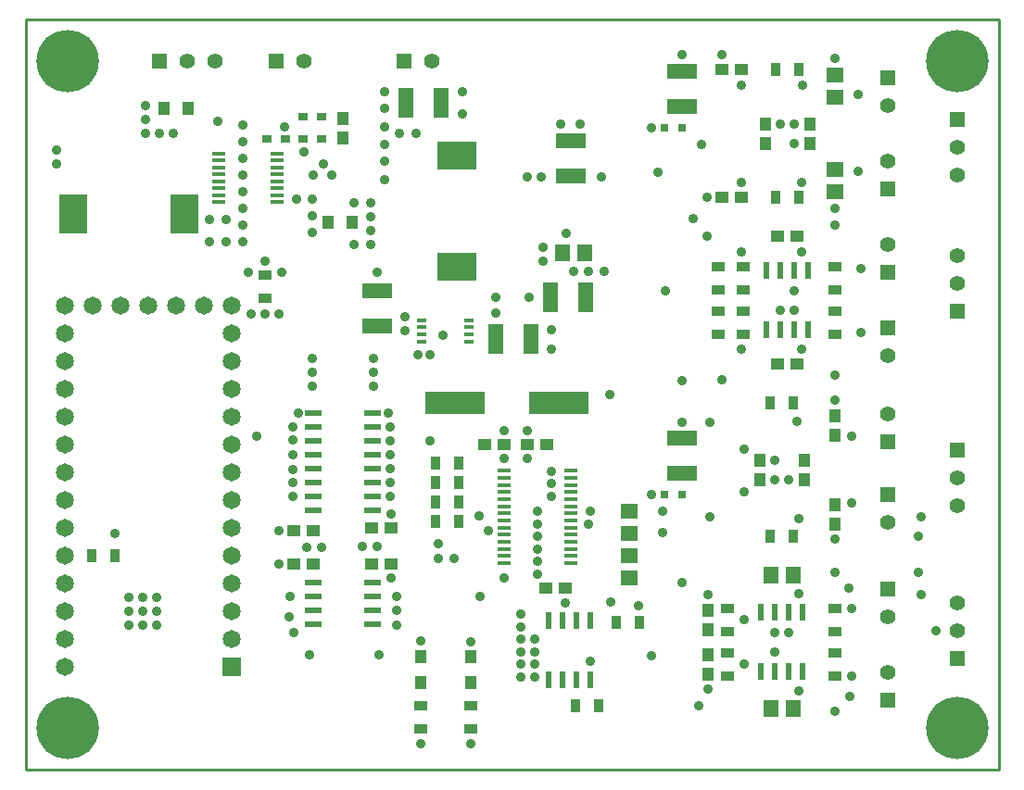
<source format=gts>
G04 (created by PCBNEW (2013-07-07 BZR 4022)-stable) date 5/12/2015 8:03:53 AM*
%MOIN*%
G04 Gerber Fmt 3.4, Leading zero omitted, Abs format*
%FSLAX34Y34*%
G01*
G70*
G90*
G04 APERTURE LIST*
%ADD10C,0.006*%
%ADD11C,0.01*%
%ADD12C,0.035*%
%ADD13R,0.0472441X0.0354331*%
%ADD14R,0.0354331X0.0472441*%
%ADD15R,0.0354331X0.0314961*%
%ADD16R,0.216535X0.0787402*%
%ADD17R,0.023622X0.0610236*%
%ADD18R,0.065X0.065*%
%ADD19C,0.065*%
%ADD20R,0.0610236X0.023622*%
%ADD21R,0.055X0.055*%
%ADD22C,0.055*%
%ADD23R,0.1X0.14*%
%ADD24R,0.14X0.1*%
%ADD25R,0.05X0.0165*%
%ADD26R,0.0354331X0.0165354*%
%ADD27R,0.0433071X0.0492126*%
%ADD28R,0.0531496X0.110236*%
%ADD29R,0.110236X0.0531496*%
%ADD30R,0.0610236X0.0531496*%
%ADD31R,0.0531496X0.0610236*%
%ADD32R,0.0452756X0.0433071*%
%ADD33R,0.0433071X0.0452756*%
%ADD34R,0.0511811X0.015748*%
%ADD35R,0.0393701X0.0472441*%
%ADD36R,0.0314961X0.0314961*%
%ADD37C,0.224409*%
G04 APERTURE END LIST*
G54D10*
G54D11*
X38000Y-28000D02*
X73000Y-28000D01*
X38000Y-55000D02*
X38000Y-28000D01*
X73000Y-55000D02*
X38000Y-55000D01*
X73000Y-28000D02*
X73000Y-55000D01*
G54D12*
X55800Y-49850D03*
X55800Y-49400D03*
X55800Y-50300D03*
X55800Y-50750D03*
X55800Y-51650D03*
X55800Y-51200D03*
X56300Y-51200D03*
X56300Y-51650D03*
X56300Y-50750D03*
X56300Y-50300D03*
X56400Y-47950D03*
X56400Y-47050D03*
X56400Y-47500D03*
X56400Y-46150D03*
X56400Y-45700D03*
X56400Y-46600D03*
X56900Y-45150D03*
X42700Y-48800D03*
X42700Y-49300D03*
X42700Y-49800D03*
X42200Y-49800D03*
X42200Y-49300D03*
X42200Y-48800D03*
X56600Y-36700D03*
X56600Y-36200D03*
X57950Y-31750D03*
X57250Y-31750D03*
X50650Y-37100D03*
X56100Y-38000D03*
X56900Y-39850D03*
X56900Y-39150D03*
X50900Y-33100D03*
X50900Y-33750D03*
X52050Y-32100D03*
X51450Y-32100D03*
X50900Y-32500D03*
X50900Y-30600D03*
X50900Y-31200D03*
X50900Y-31850D03*
G54D13*
X62900Y-38486D03*
X62900Y-39313D03*
G54D14*
X65613Y-41800D03*
X64786Y-41800D03*
X65613Y-46600D03*
X64786Y-46600D03*
X58613Y-52700D03*
X57786Y-52700D03*
X64986Y-34400D03*
X65813Y-34400D03*
X64986Y-29800D03*
X65813Y-29800D03*
G54D13*
X67100Y-49186D03*
X67100Y-50013D03*
X63250Y-51613D03*
X63250Y-50786D03*
X62900Y-37713D03*
X62900Y-36886D03*
X67100Y-37713D03*
X67100Y-36886D03*
X63800Y-39313D03*
X63800Y-38486D03*
X63800Y-36886D03*
X63800Y-37713D03*
X67100Y-51613D03*
X67100Y-50786D03*
X63250Y-49186D03*
X63250Y-50013D03*
G54D14*
X60063Y-49700D03*
X59236Y-49700D03*
G54D13*
X54000Y-52686D03*
X54000Y-53513D03*
G54D14*
X52736Y-43950D03*
X53563Y-43950D03*
X52736Y-44650D03*
X53563Y-44650D03*
X52736Y-45350D03*
X53563Y-45350D03*
X52736Y-46050D03*
X53563Y-46050D03*
X40386Y-47300D03*
X41213Y-47300D03*
G54D13*
X67100Y-38486D03*
X67100Y-39313D03*
X52200Y-52686D03*
X52200Y-53513D03*
X46600Y-38013D03*
X46600Y-37186D03*
G54D15*
X47965Y-32300D03*
X48634Y-32300D03*
X46665Y-32300D03*
X47334Y-32300D03*
X47965Y-31500D03*
X48634Y-31500D03*
G54D16*
X53429Y-41800D03*
X57170Y-41800D03*
G54D17*
X65450Y-51462D03*
X65950Y-51462D03*
X64950Y-51462D03*
X64450Y-51462D03*
X64450Y-49337D03*
X64950Y-49337D03*
X65950Y-49337D03*
X65450Y-49337D03*
X65150Y-37037D03*
X64650Y-37037D03*
X65650Y-37037D03*
X66150Y-37037D03*
X66150Y-39162D03*
X65650Y-39162D03*
X64650Y-39162D03*
X65150Y-39162D03*
X57800Y-51762D03*
X58300Y-51762D03*
X57300Y-51762D03*
X56800Y-51762D03*
X56800Y-49637D03*
X57300Y-49637D03*
X58300Y-49637D03*
X57800Y-49637D03*
G54D18*
X45400Y-51300D03*
G54D19*
X45400Y-50300D03*
X45400Y-49300D03*
X45400Y-48300D03*
X45400Y-47300D03*
X45400Y-46300D03*
X45400Y-45300D03*
X45400Y-44300D03*
X45400Y-43300D03*
X45400Y-42300D03*
X45400Y-41300D03*
X45400Y-40300D03*
X45400Y-39300D03*
X45400Y-38300D03*
X44400Y-38300D03*
X43400Y-38300D03*
X42400Y-38300D03*
X41400Y-38300D03*
X40400Y-38300D03*
X39400Y-38300D03*
X39400Y-39300D03*
X39400Y-40300D03*
X39400Y-41300D03*
X39400Y-42300D03*
X39400Y-43300D03*
X39400Y-44300D03*
X39400Y-45300D03*
X39400Y-46300D03*
X39400Y-47300D03*
X39400Y-48300D03*
X39400Y-49300D03*
X39400Y-50300D03*
X39400Y-51300D03*
G54D20*
X48337Y-48250D03*
X48337Y-48750D03*
X48337Y-49250D03*
X48337Y-49750D03*
X50462Y-49750D03*
X50462Y-49250D03*
X50462Y-48750D03*
X50462Y-48250D03*
X50462Y-45650D03*
X50462Y-45150D03*
X50462Y-44650D03*
X50462Y-44150D03*
X50462Y-43650D03*
X50462Y-43150D03*
X50462Y-42650D03*
X50462Y-42150D03*
X48337Y-42150D03*
X48337Y-42650D03*
X48337Y-43150D03*
X48337Y-43650D03*
X48337Y-44150D03*
X48337Y-44650D03*
X48337Y-45150D03*
X48337Y-45650D03*
G54D21*
X42800Y-29500D03*
G54D22*
X43800Y-29500D03*
X44800Y-29500D03*
G54D21*
X71500Y-38500D03*
G54D22*
X71500Y-37500D03*
X71500Y-36500D03*
G54D21*
X71500Y-31600D03*
G54D22*
X71500Y-32600D03*
X71500Y-33600D03*
G54D21*
X71500Y-43500D03*
G54D22*
X71500Y-44500D03*
X71500Y-45500D03*
G54D21*
X71500Y-51000D03*
G54D22*
X71500Y-50000D03*
X71500Y-49000D03*
G54D21*
X47000Y-29500D03*
G54D22*
X48000Y-29500D03*
G54D21*
X51600Y-29500D03*
G54D22*
X52600Y-29500D03*
G54D21*
X69000Y-34092D03*
G54D22*
X69000Y-33107D03*
G54D21*
X69000Y-52492D03*
G54D22*
X69000Y-51507D03*
G54D21*
X69000Y-48507D03*
G54D22*
X69000Y-49492D03*
G54D21*
X69000Y-43192D03*
G54D22*
X69000Y-42207D03*
G54D21*
X69000Y-45107D03*
G54D22*
X69000Y-46092D03*
G54D21*
X69000Y-30107D03*
G54D22*
X69000Y-31092D03*
G54D21*
X69000Y-39107D03*
G54D22*
X69000Y-40092D03*
G54D21*
X69000Y-37092D03*
G54D22*
X69000Y-36107D03*
G54D23*
X39700Y-35000D03*
X43700Y-35000D03*
G54D24*
X53500Y-36900D03*
X53500Y-32900D03*
G54D25*
X44950Y-32825D03*
X44950Y-33075D03*
X44950Y-33325D03*
X44950Y-33575D03*
X44950Y-33825D03*
X44950Y-34075D03*
X44950Y-34325D03*
X44950Y-34575D03*
X47050Y-34575D03*
X47050Y-34325D03*
X47050Y-34075D03*
X47050Y-33825D03*
X47050Y-33575D03*
X47050Y-33325D03*
X47050Y-33075D03*
X47050Y-32825D03*
G54D26*
X52253Y-38816D03*
X52253Y-39072D03*
X52253Y-39327D03*
X52253Y-39583D03*
X53946Y-39583D03*
X53946Y-39327D03*
X53946Y-39072D03*
X53946Y-38816D03*
G54D27*
X54000Y-50937D03*
X54000Y-51862D03*
X52200Y-50937D03*
X52200Y-51862D03*
G54D28*
X51670Y-31000D03*
X52929Y-31000D03*
G54D29*
X50650Y-39029D03*
X50650Y-37770D03*
X57600Y-33629D03*
X57600Y-32370D03*
G54D28*
X54920Y-39500D03*
X56179Y-39500D03*
G54D29*
X61600Y-44329D03*
X61600Y-43070D03*
G54D28*
X58129Y-38000D03*
X56870Y-38000D03*
G54D29*
X61600Y-31129D03*
X61600Y-29870D03*
G54D30*
X67100Y-34193D03*
X67100Y-33406D03*
X59700Y-45706D03*
X59700Y-46493D03*
X59700Y-48093D03*
X59700Y-47306D03*
G54D31*
X65593Y-52800D03*
X64806Y-52800D03*
X65593Y-48000D03*
X64806Y-48000D03*
X58093Y-36400D03*
X57306Y-36400D03*
G54D30*
X67100Y-30793D03*
X67100Y-30006D03*
G54D32*
X57404Y-48450D03*
X56695Y-48450D03*
X48354Y-47600D03*
X47645Y-47600D03*
G54D33*
X49400Y-31545D03*
X49400Y-32254D03*
G54D32*
X55204Y-43300D03*
X54495Y-43300D03*
X48354Y-46400D03*
X47645Y-46400D03*
X50445Y-46300D03*
X51154Y-46300D03*
X50445Y-47600D03*
X51154Y-47600D03*
G54D33*
X62550Y-49954D03*
X62550Y-49245D03*
X67100Y-45445D03*
X67100Y-46154D03*
X66000Y-44554D03*
X66000Y-43845D03*
X67100Y-42954D03*
X67100Y-42245D03*
G54D32*
X65045Y-35800D03*
X65754Y-35800D03*
G54D33*
X64400Y-44554D03*
X64400Y-43845D03*
X62550Y-50845D03*
X62550Y-51554D03*
G54D32*
X65045Y-40400D03*
X65754Y-40400D03*
X63754Y-29800D03*
X63045Y-29800D03*
X56045Y-43300D03*
X56754Y-43300D03*
G54D33*
X64600Y-31745D03*
X64600Y-32454D03*
X66200Y-31745D03*
X66200Y-32454D03*
G54D32*
X63045Y-34400D03*
X63754Y-34400D03*
G54D34*
X57600Y-45772D03*
X57600Y-45516D03*
X57600Y-45260D03*
X57600Y-45004D03*
X57600Y-44748D03*
X57600Y-44492D03*
X57600Y-44236D03*
X57600Y-46027D03*
X57600Y-46283D03*
X57600Y-46539D03*
X57600Y-46795D03*
X57600Y-47051D03*
X57600Y-47307D03*
X57600Y-47563D03*
X55199Y-47563D03*
X55199Y-47307D03*
X55199Y-47051D03*
X55199Y-46795D03*
X55199Y-46539D03*
X55199Y-46283D03*
X55199Y-46027D03*
X55199Y-44236D03*
X55199Y-44492D03*
X55199Y-44748D03*
X55199Y-45004D03*
X55199Y-45260D03*
X55199Y-45516D03*
X55199Y-45772D03*
G54D35*
X49733Y-35300D03*
X48866Y-35300D03*
X43833Y-31200D03*
X42966Y-31200D03*
G54D36*
X60985Y-31900D03*
X61614Y-31900D03*
X60985Y-45100D03*
X61614Y-45100D03*
G54D12*
X48300Y-40700D03*
X48300Y-40200D03*
X48300Y-41200D03*
X50500Y-40200D03*
X50500Y-40700D03*
X50500Y-41200D03*
X45800Y-33600D03*
X45800Y-34200D03*
X45800Y-34800D03*
X44600Y-36000D03*
X45800Y-33000D03*
X45800Y-32400D03*
X45200Y-35200D03*
X44600Y-35200D03*
X45200Y-36000D03*
X45800Y-35400D03*
X45800Y-31800D03*
X45800Y-36000D03*
X48700Y-33200D03*
X48350Y-33600D03*
X49000Y-33600D03*
X47750Y-34450D03*
X48300Y-35050D03*
X48300Y-35650D03*
X48300Y-34450D03*
X50400Y-35600D03*
X50400Y-35100D03*
X49800Y-34600D03*
X50400Y-34600D03*
X49800Y-36100D03*
X50400Y-36100D03*
X46000Y-37100D03*
X46600Y-36700D03*
X47200Y-37100D03*
X48650Y-47000D03*
X48100Y-47000D03*
G54D37*
X71500Y-29500D03*
X71500Y-53500D03*
X39500Y-53500D03*
X39500Y-29500D03*
G54D12*
X39100Y-33200D03*
X39100Y-32700D03*
X42300Y-32100D03*
X42800Y-32100D03*
X43300Y-32100D03*
X42300Y-31100D03*
X42300Y-31600D03*
X53700Y-30600D03*
X53700Y-31400D03*
X54900Y-38550D03*
X54900Y-38000D03*
X51650Y-38700D03*
X51650Y-39200D03*
X52100Y-40050D03*
X52550Y-40050D03*
X50100Y-46950D03*
X50650Y-46950D03*
X52850Y-46850D03*
X53400Y-47400D03*
X52850Y-47400D03*
X56550Y-33650D03*
X56050Y-33650D03*
X58700Y-33650D03*
X57700Y-37050D03*
X58250Y-37050D03*
X58800Y-37050D03*
X46100Y-38600D03*
X46600Y-38600D03*
X47100Y-38600D03*
X41700Y-48800D03*
X41700Y-49300D03*
X41700Y-49800D03*
X54650Y-46400D03*
X56900Y-44250D03*
X56900Y-44700D03*
X52200Y-50350D03*
X50700Y-50850D03*
X60500Y-31900D03*
X61000Y-37750D03*
X60500Y-45100D03*
X60500Y-50900D03*
X58300Y-51100D03*
X59050Y-48950D03*
X54000Y-50400D03*
X52550Y-43150D03*
X54300Y-45850D03*
X51100Y-43150D03*
X67700Y-49186D03*
X67700Y-51613D03*
X63850Y-51200D03*
X63850Y-49600D03*
X65450Y-50050D03*
X62200Y-52700D03*
X65450Y-44550D03*
X67700Y-45400D03*
X67700Y-43000D03*
X63850Y-43450D03*
X60900Y-45700D03*
X63850Y-45000D03*
X60900Y-46450D03*
X68050Y-36950D03*
X68050Y-39250D03*
X60050Y-49100D03*
X62000Y-35150D03*
X65150Y-38450D03*
X65150Y-31750D03*
X60750Y-33500D03*
X62300Y-32500D03*
X67950Y-33450D03*
X67950Y-30700D03*
X51350Y-49250D03*
X54350Y-48750D03*
X51350Y-48750D03*
X57400Y-49000D03*
X51100Y-45150D03*
X51100Y-44650D03*
X51100Y-44150D03*
X51100Y-43650D03*
X55200Y-48100D03*
X51100Y-42650D03*
X48200Y-50850D03*
X47600Y-45150D03*
X47600Y-44650D03*
X46300Y-43000D03*
X47600Y-42650D03*
X41200Y-46500D03*
X47600Y-43113D03*
X47600Y-44200D03*
X47486Y-49486D03*
X47600Y-43650D03*
X47500Y-48750D03*
X47100Y-46400D03*
X47100Y-47600D03*
X47650Y-50050D03*
X47800Y-42150D03*
X70100Y-47900D03*
X70100Y-46600D03*
X59000Y-41500D03*
X61600Y-29250D03*
X63050Y-29250D03*
X67100Y-29400D03*
X67100Y-34800D03*
X65650Y-32450D03*
X62500Y-34400D03*
X62500Y-35800D03*
X61600Y-41000D03*
X63050Y-40950D03*
X65650Y-37750D03*
X67100Y-35400D03*
X67100Y-40800D03*
X67100Y-41700D03*
X67100Y-46700D03*
X64950Y-43845D03*
X62600Y-45900D03*
X62600Y-42500D03*
X61600Y-42500D03*
X70200Y-45900D03*
X70200Y-48700D03*
X67650Y-52350D03*
X67100Y-52900D03*
X67100Y-47900D03*
X67600Y-48450D03*
X62550Y-52100D03*
X62550Y-48700D03*
X61600Y-48250D03*
X64950Y-50754D03*
X54000Y-54050D03*
X52200Y-54050D03*
X56050Y-43800D03*
X56050Y-42800D03*
X55200Y-43800D03*
X55200Y-42800D03*
X51350Y-49800D03*
X51150Y-48100D03*
X51150Y-45800D03*
X51050Y-42150D03*
X48000Y-32750D03*
X44900Y-31650D03*
X64950Y-50050D03*
X65800Y-48650D03*
X65800Y-52150D03*
X64950Y-44550D03*
X65800Y-45950D03*
X65750Y-42450D03*
X65650Y-38450D03*
X65900Y-36350D03*
X65900Y-39850D03*
X63750Y-39850D03*
X63750Y-36350D03*
X65900Y-33850D03*
X65950Y-30350D03*
X63750Y-30350D03*
X63750Y-33850D03*
X65650Y-31750D03*
X70750Y-50000D03*
X58300Y-45700D03*
X58250Y-46150D03*
X47300Y-31850D03*
X57450Y-35700D03*
X53000Y-39350D03*
M02*

</source>
